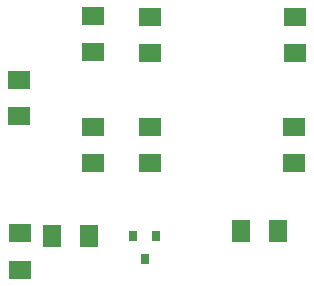
<source format=gbp>
G04 MADE WITH FRITZING*
G04 WWW.FRITZING.ORG*
G04 DOUBLE SIDED*
G04 HOLES PLATED*
G04 CONTOUR ON CENTER OF CONTOUR VECTOR*
%ASAXBY*%
%FSLAX23Y23*%
%MOIN*%
%OFA0B0*%
%SFA1.0B1.0*%
%ADD10R,0.074803X0.062992*%
%ADD11R,0.062992X0.074803*%
%ADD12R,0.031496X0.035433*%
%ADD13R,0.001000X0.001000*%
%LNPASTEMASK0*%
G90*
G70*
G54D10*
X186Y1125D03*
X186Y1003D03*
X435Y1338D03*
X435Y1216D03*
X623Y968D03*
X623Y846D03*
X1104Y846D03*
X1104Y968D03*
X1108Y1212D03*
X1108Y1334D03*
X623Y1334D03*
X623Y1212D03*
X435Y846D03*
X435Y968D03*
X190Y613D03*
X190Y491D03*
G54D11*
X419Y605D03*
X297Y605D03*
G54D12*
X568Y605D03*
X643Y605D03*
X606Y527D03*
G54D11*
X1049Y621D03*
X927Y621D03*
G54D13*
D02*
G04 End of PasteMask0*
M02*
</source>
